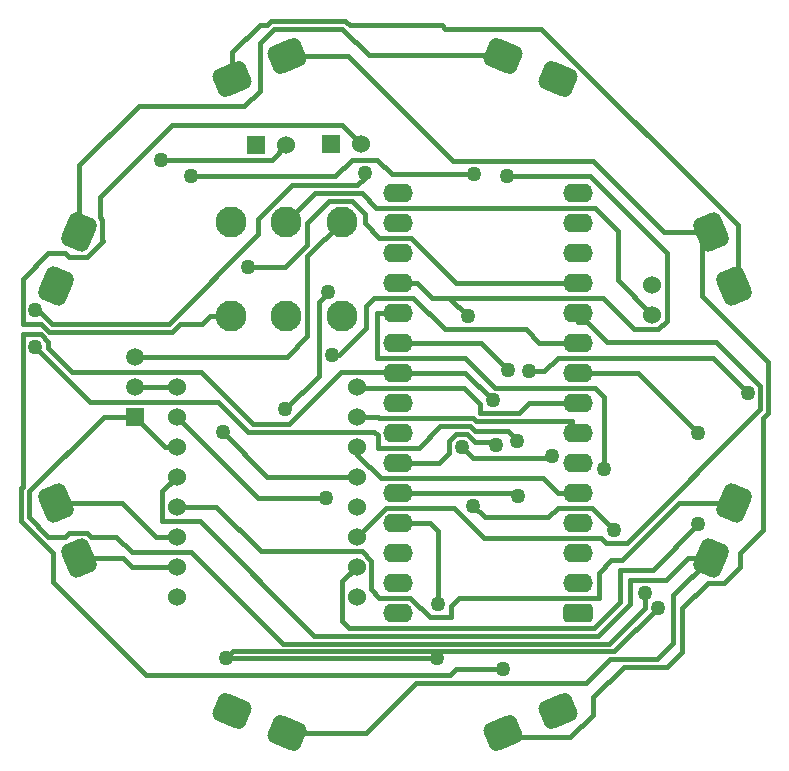
<source format=gbl>
G04*
G04 #@! TF.GenerationSoftware,Altium Limited,CircuitMaker,2.1.0 (2.1.0.4)*
G04*
G04 Layer_Physical_Order=2*
G04 Layer_Color=11436288*
%FSLAX44Y44*%
%MOMM*%
G71*
G04*
G04 #@! TF.SameCoordinates,92338436-DD38-40F9-96A6-762CB33EEFC5*
G04*
G04*
G04 #@! TF.FilePolarity,Positive*
G04*
G01*
G75*
%ADD11C,0.4000*%
%ADD46C,1.5240*%
G04:AMPARAMS|DCode=47|XSize=3mm|YSize=2.5mm|CornerRadius=0.625mm|HoleSize=0mm|Usage=FLASHONLY|Rotation=112.500|XOffset=0mm|YOffset=0mm|HoleType=Round|Shape=RoundedRectangle|*
%AMROUNDEDRECTD47*
21,1,3.0000,1.2500,0,0,112.5*
21,1,1.7500,2.5000,0,0,112.5*
1,1,1.2500,0.2426,1.0476*
1,1,1.2500,0.9123,-0.5692*
1,1,1.2500,-0.2426,-1.0476*
1,1,1.2500,-0.9123,0.5692*
%
%ADD47ROUNDEDRECTD47*%
%ADD48C,1.5000*%
%ADD49R,1.5000X1.5000*%
%ADD50O,2.5400X1.6000*%
%ADD51C,2.6162*%
G04:AMPARAMS|DCode=52|XSize=2.54mm|YSize=1.6mm|CornerRadius=0.4mm|HoleSize=0mm|Usage=FLASHONLY|Rotation=180.000|XOffset=0mm|YOffset=0mm|HoleType=Round|Shape=RoundedRectangle|*
%AMROUNDEDRECTD52*
21,1,2.5400,0.8000,0,0,180.0*
21,1,1.7400,1.6000,0,0,180.0*
1,1,0.8000,-0.8700,0.4000*
1,1,0.8000,0.8700,0.4000*
1,1,0.8000,0.8700,-0.4000*
1,1,0.8000,-0.8700,-0.4000*
%
%ADD52ROUNDEDRECTD52*%
G04:AMPARAMS|DCode=53|XSize=3mm|YSize=2.5mm|CornerRadius=0.625mm|HoleSize=0mm|Usage=FLASHONLY|Rotation=202.500|XOffset=0mm|YOffset=0mm|HoleType=Round|Shape=RoundedRectangle|*
%AMROUNDEDRECTD53*
21,1,3.0000,1.2500,0,0,202.5*
21,1,1.7500,2.5000,0,0,202.5*
1,1,1.2500,-1.0476,0.2426*
1,1,1.2500,0.5692,0.9123*
1,1,1.2500,1.0476,-0.2426*
1,1,1.2500,-0.5692,-0.9123*
%
%ADD53ROUNDEDRECTD53*%
G04:AMPARAMS|DCode=54|XSize=3mm|YSize=2.5mm|CornerRadius=0.625mm|HoleSize=0mm|Usage=FLASHONLY|Rotation=67.500|XOffset=0mm|YOffset=0mm|HoleType=Round|Shape=RoundedRectangle|*
%AMROUNDEDRECTD54*
21,1,3.0000,1.2500,0,0,67.5*
21,1,1.7500,2.5000,0,0,67.5*
1,1,1.2500,0.9123,0.5692*
1,1,1.2500,0.2426,-1.0476*
1,1,1.2500,-0.9123,-0.5692*
1,1,1.2500,-0.2426,1.0476*
%
%ADD54ROUNDEDRECTD54*%
G04:AMPARAMS|DCode=55|XSize=3mm|YSize=2.5mm|CornerRadius=0.625mm|HoleSize=0mm|Usage=FLASHONLY|Rotation=157.500|XOffset=0mm|YOffset=0mm|HoleType=Round|Shape=RoundedRectangle|*
%AMROUNDEDRECTD55*
21,1,3.0000,1.2500,0,0,157.5*
21,1,1.7500,2.5000,0,0,157.5*
1,1,1.2500,-0.5692,0.9123*
1,1,1.2500,1.0476,0.2426*
1,1,1.2500,0.5692,-0.9123*
1,1,1.2500,-1.0476,-0.2426*
%
%ADD55ROUNDEDRECTD55*%
%ADD56R,1.5240X1.5240*%
%ADD57C,1.2700*%
D11*
X359958Y295442D02*
X378150Y313634D01*
X509564Y346242D02*
X517184Y338622D01*
X326474Y320842D02*
X405795D01*
X401045Y307094D02*
X408157Y299982D01*
X427808D01*
X385644Y290834D02*
Y300715D01*
X377484Y282674D02*
X385644Y290834D01*
X405795Y320842D02*
X408747Y317890D01*
X470734Y286584D02*
X472734Y288584D01*
X406154Y286584D02*
X470734D01*
X396534Y296204D02*
X406154Y286584D01*
X378150Y313634D02*
X403754D01*
X435632Y309176D02*
X443524Y301284D01*
X408212Y309176D02*
X435632D01*
X517184Y277154D02*
Y338622D01*
X408747Y317890D02*
X490260D01*
X403754Y313634D02*
X408212Y309176D01*
X392023Y307094D02*
X401045D01*
X385644Y300715D02*
X392023Y307094D01*
X425744Y297474D02*
Y297918D01*
X427808Y299982D01*
X411806Y324430D02*
X444730D01*
X411806D02*
Y332577D01*
X92400Y470430D02*
Y488148D01*
Y470430D02*
X92746Y470084D01*
X90084Y490464D02*
Y507660D01*
Y490464D02*
X92400Y488148D01*
X90084Y507660D02*
X151170Y568746D01*
X79383Y456721D02*
X92746Y470084D01*
X63679Y456721D02*
X79383D01*
X60315Y460084D02*
X63679Y456721D01*
X46572Y460084D02*
X60315D01*
X24678Y438190D02*
X46572Y460084D01*
X40079Y391200D02*
X46522Y384757D01*
Y379770D02*
Y384757D01*
X24678Y391200D02*
X40079D01*
X40184Y400344D02*
X46984Y393544D01*
X24678Y400344D02*
X40184D01*
X37495Y412282D02*
X49693Y400084D01*
X35600Y412282D02*
X37495D01*
X46984Y393544D02*
X151079D01*
X49693Y400084D02*
X148370D01*
X157879Y400344D02*
X176824D01*
X151079Y393544D02*
X157879Y400344D01*
X148370Y400084D02*
X224322Y476036D01*
X23544Y233584D02*
X50586Y206542D01*
X23544Y233584D02*
Y261139D01*
X24678Y262273D02*
Y391200D01*
X23544Y261139D02*
X24678Y262273D01*
X30084Y258430D02*
X93258Y321604D01*
X30084Y236293D02*
Y258430D01*
Y236293D02*
X46293Y220084D01*
X82746D02*
X104100D01*
X79383Y223447D02*
X82746Y220084D01*
X63679Y223447D02*
X79383D01*
X60315Y220084D02*
X63679Y223447D01*
X46293Y220084D02*
X60315D01*
X104100D02*
X117388Y206796D01*
X488515Y50084D02*
X507786Y69355D01*
X435061Y50084D02*
X488515D01*
X431792Y53353D02*
X435061Y50084D01*
X463786Y650084D02*
X630084Y483786D01*
Y435061D02*
Y483786D01*
X626815Y431792D02*
X630084Y435061D01*
X600084Y470390D02*
X607681Y477986D01*
X600084Y423616D02*
Y470390D01*
Y423616D02*
X656026Y367674D01*
X382506Y650084D02*
X463786D01*
X379516Y653074D02*
X382506Y650084D01*
X301643Y653074D02*
X379516D01*
X298093Y656624D02*
X301643Y653074D01*
X234879Y656624D02*
X298093D01*
X231329Y653074D02*
X234879Y656624D01*
X225338Y653074D02*
X231329D01*
X295384Y650084D02*
X317696Y627771D01*
X237588Y650084D02*
X295384D01*
X225338Y637834D02*
X237588Y650084D01*
X203050Y122786D02*
X525630D01*
X490260Y308074D02*
Y317890D01*
X494832Y401868D02*
X502452D01*
X494832D02*
Y409674D01*
X386120Y422442D02*
X515914D01*
X371134D02*
X386120D01*
X551474Y159806D02*
Y172506D01*
X520994Y129326D02*
X551474Y159806D01*
X244896Y129326D02*
X520994D01*
X167426Y206796D02*
X244896Y129326D01*
X117388Y206796D02*
X167426D01*
X93258Y321604D02*
X119674D01*
X235752Y539282D02*
X247944Y551474D01*
X141721Y539282D02*
X235752D01*
X453430Y359958D02*
X466130D01*
X477814Y371642D01*
X608878D01*
X638596Y341924D01*
X406440Y246166D02*
X416346Y236260D01*
X469432D01*
X477814Y244642D01*
X506770D01*
X525566Y225846D01*
X525630Y122786D02*
X562396Y159552D01*
X197144Y116880D02*
X203050Y122786D01*
X307634Y288838D02*
Y296204D01*
Y288838D02*
X328462Y270042D01*
X465046D01*
X477814Y257274D01*
X495024D01*
X462388Y384274D02*
X495024D01*
X451144Y395518D02*
X462388Y384274D01*
X382056Y395518D02*
X451144D01*
X355132Y422442D02*
X382056Y395518D01*
X322366Y422442D02*
X355132D01*
X315508Y415584D02*
X322366Y422442D01*
X315508Y396534D02*
Y415584D01*
X292394Y373420D02*
X315508Y396534D01*
X286552Y373420D02*
X292394D01*
X358502Y435074D02*
X371134Y422442D01*
X386120D02*
X402122Y406440D01*
X342624Y435074D02*
X358502D01*
X515914Y422442D02*
X542584Y395772D01*
X562904D01*
X570016Y402884D01*
Y460288D01*
X504738Y525566D02*
X570016Y460288D01*
X435142Y525566D02*
X504738D01*
X391652Y107990D02*
X431840D01*
X386694Y103032D02*
X391652Y107990D01*
X129458Y103032D02*
X386694D01*
X50586Y181904D02*
X129458Y103032D01*
X50586Y181904D02*
Y206542D01*
X46522Y379770D02*
X66588Y359704D01*
X176062D01*
X220004Y315762D01*
X250484D01*
X293918Y359196D01*
X333220D01*
X342624Y358874D01*
X337288Y526836D02*
X407202D01*
X325128Y538996D02*
X337288Y526836D01*
X303348Y538996D02*
X325128D01*
X289664Y525312D02*
X303348Y538996D01*
X167426Y525312D02*
X289664D01*
X143042Y258612D02*
X155234Y270804D01*
X143042Y232958D02*
Y258612D01*
Y232958D02*
X174869D01*
X271897Y135930D01*
X512165D01*
X539390Y163155D01*
Y183478D01*
X569600D01*
X588304Y202182D01*
X607681D01*
X507786Y69355D02*
Y83860D01*
X533632Y109706D01*
X570371D01*
X583167Y122502D01*
Y159241D01*
X604814Y180888D01*
X618784D01*
X631992Y194096D01*
Y206288D01*
X651550Y225846D01*
Y320018D01*
X656026Y324494D01*
Y367674D01*
X325414Y295442D02*
X359958D01*
X325414D02*
Y306110D01*
X322620Y308904D02*
X325414Y306110D01*
X215723Y308904D02*
X322620D01*
X190577Y334050D02*
X215723Y308904D01*
X81828Y334050D02*
X190577D01*
X35600Y380278D02*
X81828Y334050D01*
X53353Y248376D02*
X109252D01*
X137624Y220004D01*
X155234D01*
X391522Y435074D02*
X495024D01*
X353354Y473242D02*
X391522Y435074D01*
X326684Y473242D02*
X353354D01*
X314492Y485434D02*
X326684Y473242D01*
X314492Y485434D02*
Y493562D01*
X303729Y504325D02*
X314492Y493562D01*
X284107Y504325D02*
X303729D01*
X265724Y485942D02*
X284107Y504325D01*
X265724Y466892D02*
Y485942D01*
X246928Y448096D02*
X265724Y466892D01*
X215686Y448096D02*
X246928D01*
X194096Y308396D02*
X231688Y270804D01*
X307634D01*
X246928Y327651D02*
X275630Y356353D01*
Y418886D01*
X283504Y426760D01*
X295442Y568746D02*
X311444Y552744D01*
X151170Y568746D02*
X295442D01*
X24678Y400344D02*
Y438190D01*
X176824Y400344D02*
X183174Y406694D01*
X200954D01*
X145074Y296204D02*
X155234D01*
X119674Y321604D02*
X145074Y296204D01*
X197144Y116880D02*
X375706D01*
X72487Y477986D02*
Y534303D01*
X122932Y584748D01*
X212384D01*
X225338Y597702D01*
Y637834D01*
X317696Y627771D02*
X429482D01*
X431792Y626815D01*
X376722Y162854D02*
Y225084D01*
X369932Y231874D02*
X376722Y225084D01*
X342624Y231874D02*
X369932D01*
X155234Y321604D02*
X224322Y252516D01*
X281472D01*
X412604Y384274D02*
X435904Y360974D01*
X342624Y384274D02*
X412604D01*
X295442Y182412D02*
X307634Y194604D01*
X295442Y148376D02*
Y182412D01*
Y148376D02*
X301030Y142788D01*
X508802D01*
X530758Y164744D01*
Y192110D01*
X558124D01*
X596686Y230672D01*
X545954Y358874D02*
X596686Y308142D01*
X495024Y358874D02*
X545954D01*
X155234Y245404D02*
X188762D01*
X226354Y207812D01*
X311698D01*
X319826Y199684D01*
Y175300D02*
Y199684D01*
Y175300D02*
X326684Y168442D01*
X353100D01*
X369610Y151932D01*
X387644D01*
Y161584D01*
X394502Y168442D01*
X512358D01*
Y189478D01*
X522874Y199994D01*
X532048D01*
X580430Y248376D01*
X626815D01*
X248376Y53353D02*
X315227D01*
X358180Y96306D01*
X501805D01*
X521745Y116246D01*
X561944D01*
X575683Y129985D01*
Y170184D01*
X607681Y202182D01*
X494832Y409674D02*
X495024D01*
X502452Y401868D02*
X519216Y385104D01*
X612180D01*
X649486Y347798D01*
Y327860D02*
Y347798D01*
X536553Y214928D02*
X649486Y327860D01*
X519088Y214928D02*
X536553D01*
X514773Y219242D02*
X519088Y214928D01*
X415584Y219242D02*
X514773D01*
X390184Y244642D02*
X415584Y219242D01*
X332272Y244642D02*
X390184D01*
X307634Y220004D02*
X332272Y244642D01*
X441814Y257274D02*
X444286Y254802D01*
X342624Y257274D02*
X441814D01*
X424474Y346242D02*
X509564D01*
X399074Y371642D02*
X424474Y346242D01*
X325160Y371642D02*
X399074D01*
X325160D02*
Y409674D01*
X342624D01*
X314238Y524009D02*
Y528106D01*
X307634Y517405D02*
X314238Y524009D01*
X252483Y517405D02*
X307634D01*
X224322Y489244D02*
X252483Y517405D01*
X224322Y476036D02*
Y489244D01*
X528868Y436920D02*
X557824Y407964D01*
X528868Y436920D02*
Y479084D01*
X509310Y498642D02*
X528868Y479084D01*
X324144Y498642D02*
X509310D01*
X311921Y510865D02*
X324144Y498642D01*
X272105Y510865D02*
X311921D01*
X247944Y486704D02*
X272105Y510865D01*
X248376Y626815D02*
X300111D01*
X389200Y537726D01*
X508072D01*
X567812Y477986D01*
X607681D01*
X342624Y282674D02*
X377484D01*
X399142Y358874D02*
X422696Y335320D01*
X342624Y358874D02*
X399142D01*
X453774Y333474D02*
X495024D01*
X444730Y324430D02*
X453774Y333474D01*
X398141Y346242D02*
X411806Y332577D01*
X308396Y346242D02*
X398141D01*
X307634Y347004D02*
X308396Y346242D01*
X490260Y308074D02*
X495024D01*
X325712Y321604D02*
X326474Y320842D01*
X307634Y321604D02*
X325712D01*
X202182Y629918D02*
X225338Y653074D01*
X202182Y607681D02*
Y629918D01*
X119674Y372404D02*
X248452D01*
X265724Y389676D01*
Y457494D01*
X294934Y486704D01*
X117600Y194604D02*
X155234D01*
X110022Y202182D02*
X117600Y194604D01*
X72487Y202182D02*
X110022D01*
X119674Y347004D02*
X155234D01*
D46*
X557824Y433364D02*
D03*
Y407964D02*
D03*
X155234Y347004D02*
D03*
X247944Y551474D02*
D03*
X155234Y296204D02*
D03*
X307634Y347004D02*
D03*
Y321604D02*
D03*
Y296204D02*
D03*
Y270804D02*
D03*
Y245404D02*
D03*
Y220004D02*
D03*
Y194604D02*
D03*
Y169204D02*
D03*
X155234D02*
D03*
Y194604D02*
D03*
Y220004D02*
D03*
Y245404D02*
D03*
Y270804D02*
D03*
Y321604D02*
D03*
X311444Y552744D02*
D03*
D47*
X72487Y202182D02*
D03*
X53353Y248376D02*
D03*
X626815Y431792D02*
D03*
X607681Y477986D02*
D03*
D48*
X119674Y347004D02*
D03*
Y372404D02*
D03*
D49*
Y321604D02*
D03*
D50*
X342624Y155674D02*
D03*
X495024Y231874D02*
D03*
Y181074D02*
D03*
Y206474D02*
D03*
Y257274D02*
D03*
Y282674D02*
D03*
Y308074D02*
D03*
Y333474D02*
D03*
Y358874D02*
D03*
Y384274D02*
D03*
Y409674D02*
D03*
Y435074D02*
D03*
Y460474D02*
D03*
Y485874D02*
D03*
Y511274D02*
D03*
X342624D02*
D03*
Y485874D02*
D03*
Y460474D02*
D03*
Y435074D02*
D03*
Y409674D02*
D03*
Y384274D02*
D03*
Y358874D02*
D03*
Y333474D02*
D03*
Y308074D02*
D03*
Y282674D02*
D03*
Y257274D02*
D03*
Y231874D02*
D03*
Y206474D02*
D03*
Y181074D02*
D03*
D51*
X247944Y486704D02*
D03*
X200954D02*
D03*
X294934D02*
D03*
Y406694D02*
D03*
X247944D02*
D03*
X200954D02*
D03*
D52*
X495024Y155674D02*
D03*
D53*
X477986Y72487D02*
D03*
X431792Y53353D02*
D03*
X248376Y626815D02*
D03*
X202182Y607681D02*
D03*
D54*
X72487Y477986D02*
D03*
X53353Y431792D02*
D03*
X607681Y202182D02*
D03*
X626815Y248376D02*
D03*
D55*
X202182Y72487D02*
D03*
X248376Y53353D02*
D03*
X477986Y607681D02*
D03*
X431792Y626815D02*
D03*
D56*
X286044Y552744D02*
D03*
X222544Y551474D02*
D03*
D57*
X443524Y301284D02*
D03*
X472734Y288584D02*
D03*
X517184Y277154D02*
D03*
X396534Y296204D02*
D03*
X425744Y297474D02*
D03*
X551474Y172506D02*
D03*
X141721Y539282D02*
D03*
X453430Y359958D02*
D03*
X638596Y341924D02*
D03*
X406440Y246166D02*
D03*
X525566Y225846D02*
D03*
X562396Y159552D02*
D03*
X197144Y116880D02*
D03*
X286552Y373420D02*
D03*
X402122Y406440D02*
D03*
X435142Y525566D02*
D03*
X431840Y107990D02*
D03*
X407202Y526836D02*
D03*
X167426Y525312D02*
D03*
X35600Y380278D02*
D03*
X215686Y448096D02*
D03*
X194096Y308396D02*
D03*
X246928Y327651D02*
D03*
X283504Y426760D02*
D03*
X375706Y116880D02*
D03*
X376722Y162854D02*
D03*
X281472Y252516D02*
D03*
X435904Y360974D02*
D03*
X596686Y230672D02*
D03*
Y308142D02*
D03*
X444286Y254802D02*
D03*
X314238Y528106D02*
D03*
X35600Y412282D02*
D03*
X422696Y335320D02*
D03*
M02*

</source>
